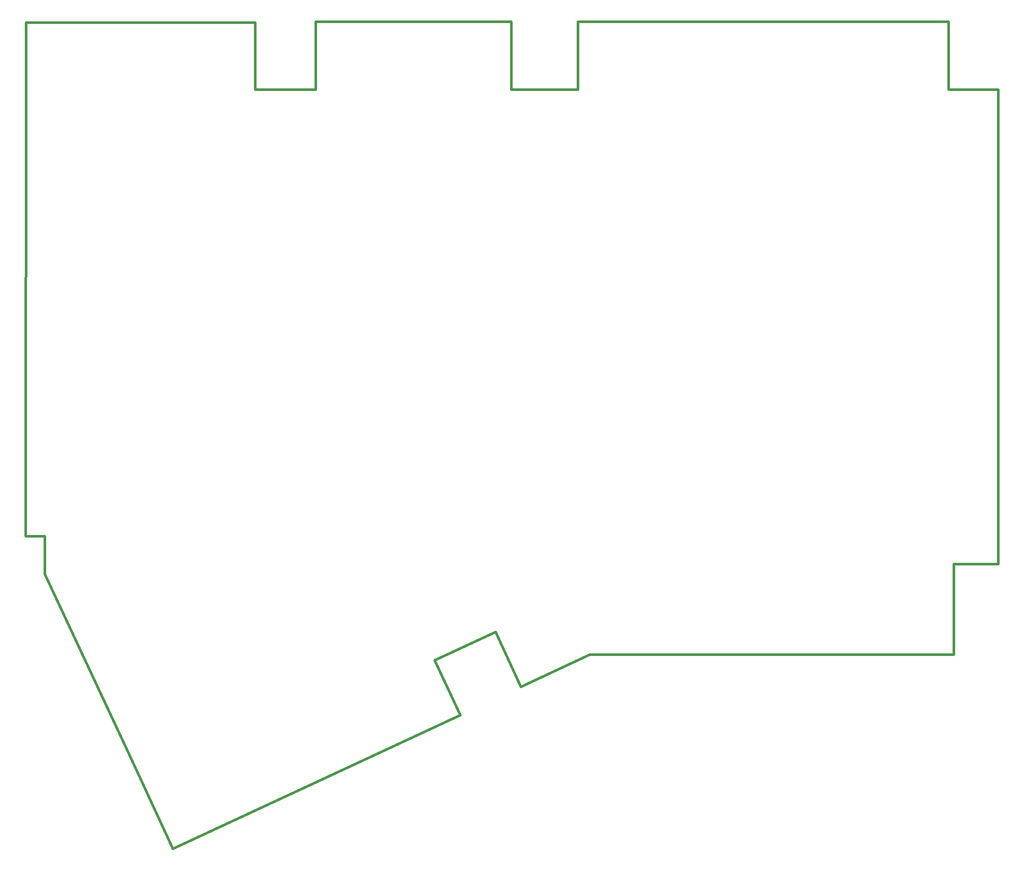
<source format=gko>
G04*
G04 #@! TF.GenerationSoftware,Altium Limited,Altium Designer,24.10.1 (45)*
G04*
G04 Layer_Color=16711935*
%FSLAX44Y44*%
%MOMM*%
G71*
G04*
G04 #@! TF.SameCoordinates,C5D54C42-AD36-42D0-BC00-7EC9B4A80EB1*
G04*
G04*
G04 #@! TF.FilePolarity,Positive*
G04*
G01*
G75*
%ADD163C,0.5080*%
D163*
X446532Y868735D02*
Y999236D01*
X37193Y-73608D02*
X121717Y-254871D01*
X37193Y-73608D02*
X37193Y-24D01*
X1D02*
X37193D01*
X1D02*
X467Y999236D01*
X446532Y999236D01*
Y868735D02*
X563831D01*
Y1000424D01*
X943831D01*
Y868735D02*
Y1000424D01*
Y868735D02*
X1073831D01*
Y1000424D01*
X1793831Y1000424D01*
Y868734D02*
Y1000424D01*
Y868734D02*
X1890480D01*
X1890480Y-54474D02*
X1890480Y868734D01*
X1804181Y-54474D02*
X1890480D01*
X1804181Y-230576D02*
Y-54474D01*
X1096633Y-230576D02*
X1804181Y-230576D01*
X962984Y-292897D02*
X1096633Y-230576D01*
X913199Y-186132D02*
X962984Y-292897D01*
X795379Y-241072D02*
X913199Y-186132D01*
X795379Y-241072D02*
X845164Y-347838D01*
X286538Y-608330D02*
X845164Y-347838D01*
X202015Y-427069D02*
X286538Y-608330D01*
X121717Y-254871D02*
X202015Y-427069D01*
M02*

</source>
